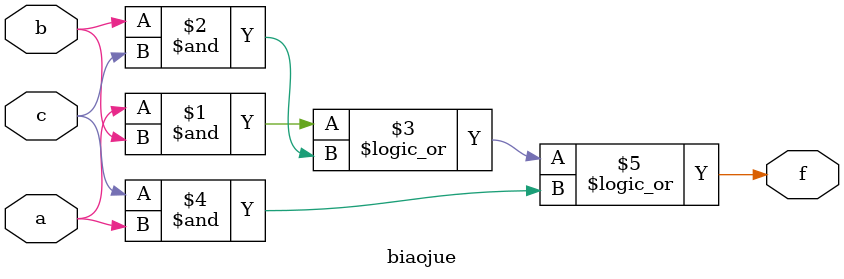
<source format=v>
`timescale 1ns / 1ps
module biaojue(
	input a, b, c,
	output f
);
	assign f = a & b || b & c || c & a;//Ö±½Ó½øÐÐÂß¼­ÔËËã
endmodule
</source>
